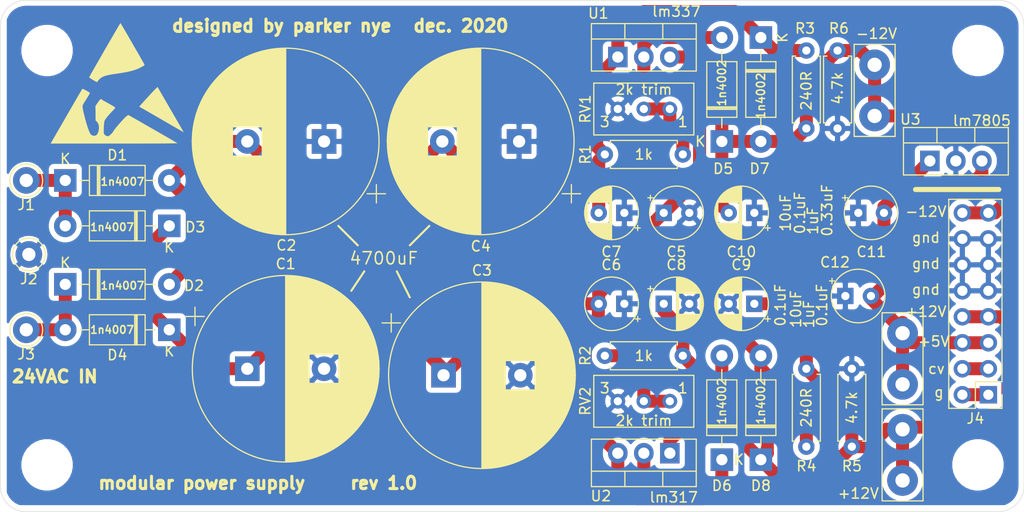
<source format=kicad_pcb>
(kicad_pcb (version 20171130) (host pcbnew "(5.1.7)-1")
  (layers (0 F.Cu signal) (31 B.Cu signal) (34 B.Paste user) (35 F.Paste user) (36 B.SilkS user) (37 F.SilkS user) (38 B.Mask user) (39 F.Mask user) (44 Edge.Cuts user))
  (net 0 "")
  (net 1 GND)
  (net 2 "Net-(C1-Pad1)")
  (net 3 "Net-(C2-Pad2)")
  (net 4 "Net-(C7-Pad2)")
  (net 5 "Net-(C8-Pad1)")
  (net 6 VCC)
  (net 7 VDD)
  (net 8 +5V)
  (net 9 "Net-(D1-Pad1)")
  (net 10 "Net-(D2-Pad1)")
  (net 11 "Net-(J4-Pad3)")
  (net 12 "Net-(J4-Pad1)")
  (net 13 "Net-(R1-Pad2)")
  (net 14 "Net-(R2-Pad2)")
  (module FOOTPRINTS-I-MADE:weldingtab (layer F.Cu) (at 84.138 -12.446 90)
    (fp_text reference J7 hide)
    (fp_text value Connector_Generic_Conn_01x02)
    (pad 1 thru_hole circle (at 0 4 90) (size 3 3) (drill 1.4) (layers *.Cu *.Mask) (net 8 +5V))
    (pad 2 thru_hole circle (at 5 4 90) (size 3 3) (drill 1.4) (layers *.Cu *.Mask) (net 8 +5V))
  )
  (module FOOTPRINTS-I-MADE:weldingtab (layer F.Cu) (at 89.408 -43.688 270)
    (fp_text reference J6 hide)
    (fp_text value Connector_Generic_Conn_01x02)
    (pad 1 thru_hole circle (at 0 4 270) (size 3 3) (drill 1.4) (layers *.Cu *.Mask) (net 7 VDD))
    (pad 2 thru_hole circle (at 5 4 270) (size 3 3) (drill 1.4) (layers *.Cu *.Mask) (net 7 VDD))
  )
  (module FOOTPRINTS-I-MADE:weldingtab (layer F.Cu) (at 84.138 -3.048 90)
    (fp_text reference J5 hide)
    (fp_text value Connector_Generic_Conn_01x02)
    (pad 1 thru_hole circle (at 0 4 90) (size 3 3) (drill 1.4) (layers *.Cu *.Mask) (net 6 VCC))
    (pad 2 thru_hole circle (at 5 4 90) (size 3 3) (drill 1.4) (layers *.Cu *.Mask) (net 6 VCC))
  )
  (module Connector_Pin:Pin_D1.3mm_L11.0mm (layer F.Cu) (at 2.794 -25.146)
    (fp_text reference J2 (at 0 2.4) (layer F.SilkS))
    (fp_text value GND_TRANS)
    (pad 1 thru_hole circle (at 0 0) (size 2.6 2.6) (drill 1.3) (layers *.Cu *.Mask) (net 1 GND))
  )
  (module Symbol:ESD-Logo_13.2x12mm_SilkScreen (layer F.Cu) (at 11.43 -41.91)
    (fp_text reference REF** hide)
    (fp_text value ESD-Logo_13.2x12mm_SilkScreen hide)
  )
  (module Connector_PinHeader_2.54mm:PinHeader_2x08_P2.54mm_Vertical (layer F.Cu) (at 96.52 -11.43 180)
    (fp_text reference J4 (at 1.27 -2.33) (layer F.SilkS))
    (fp_text value Conn_02x08_Odd_Even)
    (pad 16 thru_hole oval (at 2.54 17.78 180) (size 1.7 1.7) (drill 1) (layers *.Cu *.Mask) (net 7 VDD))
    (pad 15 thru_hole oval (at 0 17.78 180) (size 1.7 1.7) (drill 1) (layers *.Cu *.Mask) (net 7 VDD))
    (pad 14 thru_hole oval (at 2.54 15.24 180) (size 1.7 1.7) (drill 1) (layers *.Cu *.Mask) (net 1 GND))
    (pad 13 thru_hole oval (at 0 15.24 180) (size 1.7 1.7) (drill 1) (layers *.Cu *.Mask) (net 1 GND))
    (pad 12 thru_hole oval (at 2.54 12.7 180) (size 1.7 1.7) (drill 1) (layers *.Cu *.Mask) (net 1 GND))
    (pad 11 thru_hole oval (at 0 12.7 180) (size 1.7 1.7) (drill 1) (layers *.Cu *.Mask) (net 1 GND))
    (pad 10 thru_hole oval (at 2.54 10.16 180) (size 1.7 1.7) (drill 1) (layers *.Cu *.Mask) (net 1 GND))
    (pad 9 thru_hole oval (at 0 10.16 180) (size 1.7 1.7) (drill 1) (layers *.Cu *.Mask) (net 1 GND))
    (pad 8 thru_hole oval (at 2.54 7.62 180) (size 1.7 1.7) (drill 1) (layers *.Cu *.Mask) (net 6 VCC))
    (pad 7 thru_hole oval (at 0 7.62 180) (size 1.7 1.7) (drill 1) (layers *.Cu *.Mask) (net 6 VCC))
    (pad 6 thru_hole oval (at 2.54 5.08 180) (size 1.7 1.7) (drill 1) (layers *.Cu *.Mask) (net 8 +5V))
    (pad 5 thru_hole oval (at 0 5.08 180) (size 1.7 1.7) (drill 1) (layers *.Cu *.Mask) (net 8 +5V))
    (pad 4 thru_hole oval (at 2.54 2.54 180) (size 1.7 1.7) (drill 1) (layers *.Cu *.Mask) (net 11 "Net-(J4-Pad3)"))
    (pad 3 thru_hole oval (at 0 2.54 180) (size 1.7 1.7) (drill 1) (layers *.Cu *.Mask) (net 11 "Net-(J4-Pad3)"))
    (pad 2 thru_hole oval (at 2.54 0 180) (size 1.7 1.7) (drill 1) (layers *.Cu *.Mask) (net 12 "Net-(J4-Pad1)"))
    (pad 1 thru_hole rect (at 0 0 180) (size 1.7 1.7) (drill 1) (layers *.Cu *.Mask) (net 12 "Net-(J4-Pad1)"))
  )
  (module Capacitor_THT:CP_Radial_D5.0mm_P2.50mm (layer F.Cu) (at 73.66 -29.21 180)
    (fp_text reference C10 (at 1.27 -3.81) (layer F.SilkS))
    (fp_text value 1uF)
    (pad 2 thru_hole circle (at 2.5 0 180) (size 1.6 1.6) (drill 0.8) (layers *.Cu *.Mask) (net 7 VDD))
    (pad 1 thru_hole rect (at 0 0 180) (size 1.6 1.6) (drill 0.8) (layers *.Cu *.Mask) (net 1 GND))
  )
  (module Capacitor_THT:CP_Radial_D5.0mm_P2.50mm (layer F.Cu) (at 73.66 -20.32 180)
    (fp_text reference C9 (at 1.27 3.81) (layer F.SilkS))
    (fp_text value 1uF)
    (pad 2 thru_hole circle (at 2.5 0 180) (size 1.6 1.6) (drill 0.8) (layers *.Cu *.Mask) (net 1 GND))
    (pad 1 thru_hole rect (at 0 0 180) (size 1.6 1.6) (drill 0.8) (layers *.Cu *.Mask) (net 6 VCC))
  )
  (module Capacitor_THT:CP_Radial_D5.0mm_P2.50mm (layer F.Cu) (at 64.81 -20.32)
    (fp_text reference C8 (at 1.23 -3.81) (layer F.SilkS))
    (fp_text value 10uF)
    (pad 2 thru_hole circle (at 2.5 0) (size 1.6 1.6) (drill 0.8) (layers *.Cu *.Mask) (net 1 GND))
    (pad 1 thru_hole rect (at 0 0) (size 1.6 1.6) (drill 0.8) (layers *.Cu *.Mask) (net 5 "Net-(C8-Pad1)"))
  )
  (module Capacitor_THT:CP_Radial_D5.0mm_P2.50mm (layer F.Cu) (at 60.96 -29.21 180)
    (fp_text reference C7 (at 1.27 -3.81) (layer F.SilkS))
    (fp_text value 10uF)
    (pad 2 thru_hole circle (at 2.5 0 180) (size 1.6 1.6) (drill 0.8) (layers *.Cu *.Mask) (net 4 "Net-(C7-Pad2)"))
    (pad 1 thru_hole rect (at 0 0 180) (size 1.6 1.6) (drill 0.8) (layers *.Cu *.Mask) (net 1 GND))
  )
  (module Package_TO_SOT_THT:TO-220-3_Vertical (layer F.Cu) (at 90.805 -34.29)
    (fp_text reference U3 (at -1.905 -4.064) (layer F.SilkS))
    (fp_text value LM7805_TO220)
    (pad 3 thru_hole oval (at 5.08 0) (size 1.905 2) (drill 1.1) (layers *.Cu *.Mask) (net 8 +5V))
    (pad 2 thru_hole oval (at 2.54 0) (size 1.905 2) (drill 1.1) (layers *.Cu *.Mask) (net 1 GND))
    (pad 1 thru_hole rect (at 0 0) (size 1.905 2) (drill 1.1) (layers *.Cu *.Mask) (net 2 "Net-(C1-Pad1)"))
  )
  (module Package_TO_SOT_THT:TO-220-3_Vertical (layer F.Cu) (at 65.405 -5.715 180)
    (fp_text reference U2 (at 6.731 -4.191) (layer F.SilkS))
    (fp_text value LM317T)
    (pad 3 thru_hole oval (at 5.08 0 180) (size 1.905 2) (drill 1.1) (layers *.Cu *.Mask) (net 2 "Net-(C1-Pad1)"))
    (pad 2 thru_hole oval (at 2.54 0 180) (size 1.905 2) (drill 1.1) (layers *.Cu *.Mask) (net 6 VCC))
    (pad 1 thru_hole rect (at 0 0 180) (size 1.905 2) (drill 1.1) (layers *.Cu *.Mask) (net 5 "Net-(C8-Pad1)"))
  )
  (module Package_TO_SOT_THT:TO-220-3_Vertical (layer F.Cu) (at 60.325 -44.45)
    (fp_text reference U1 (at -1.905 -4.27) (layer F.SilkS))
    (fp_text value LM337T_NRND)
    (pad 3 thru_hole oval (at 5.08 0) (size 1.905 2) (drill 1.1) (layers *.Cu *.Mask) (net 7 VDD))
    (pad 2 thru_hole oval (at 2.54 0) (size 1.905 2) (drill 1.1) (layers *.Cu *.Mask) (net 3 "Net-(C2-Pad2)"))
    (pad 1 thru_hole rect (at 0 0) (size 1.905 2) (drill 1.1) (layers *.Cu *.Mask) (net 4 "Net-(C7-Pad2)"))
  )
  (module Potentiometer_THT:Potentiometer_Bourns_3296W_Vertical (layer F.Cu) (at 65.405 -10.795)
    (fp_text reference RV2 (at -8.255 0 90) (layer F.SilkS))
    (fp_text value 2kTRIM)
    (pad 3 thru_hole circle (at -5.08 0) (size 1.44 1.44) (drill 0.8) (layers *.Cu *.Mask) (net 1 GND))
    (pad 2 thru_hole circle (at -2.54 0) (size 1.44 1.44) (drill 0.8) (layers *.Cu *.Mask) (net 14 "Net-(R2-Pad2)"))
    (pad 1 thru_hole circle (at 0 0) (size 1.44 1.44) (drill 0.8) (layers *.Cu *.Mask) (net 14 "Net-(R2-Pad2)"))
  )
  (module Potentiometer_THT:Potentiometer_Bourns_3296W_Vertical (layer F.Cu) (at 65.405 -39.37)
    (fp_text reference RV1 (at -8.255 0 90) (layer F.SilkS))
    (fp_text value 2kTRIM)
    (pad 3 thru_hole circle (at -5.08 0) (size 1.44 1.44) (drill 0.8) (layers *.Cu *.Mask) (net 1 GND))
    (pad 2 thru_hole circle (at -2.54 0) (size 1.44 1.44) (drill 0.8) (layers *.Cu *.Mask) (net 13 "Net-(R1-Pad2)"))
    (pad 1 thru_hole circle (at 0 0) (size 1.44 1.44) (drill 0.8) (layers *.Cu *.Mask) (net 13 "Net-(R1-Pad2)"))
  )
  (module Resistor_THT:R_Axial_DIN0207_L6.3mm_D2.5mm_P7.62mm_Horizontal (layer F.Cu) (at 81.788 -45.085 270)
    (fp_text reference R6 (at -2.159 -0.127 180) (layer F.SilkS))
    (fp_text value 4.7k)
    (pad 2 thru_hole oval (at 7.62 0 270) (size 1.6 1.6) (drill 0.8) (layers *.Cu *.Mask) (net 1 GND))
    (pad 1 thru_hole circle (at 0 0 270) (size 1.6 1.6) (drill 0.8) (layers *.Cu *.Mask) (net 7 VDD))
  )
  (module Resistor_THT:R_Axial_DIN0207_L6.3mm_D2.5mm_P7.62mm_Horizontal (layer F.Cu) (at 83.185 -6.35 90)
    (fp_text reference R5 (at -1.905 0 180) (layer F.SilkS))
    (fp_text value 4.7k)
    (pad 2 thru_hole oval (at 7.62 0 90) (size 1.6 1.6) (drill 0.8) (layers *.Cu *.Mask) (net 1 GND))
    (pad 1 thru_hole circle (at 0 0 90) (size 1.6 1.6) (drill 0.8) (layers *.Cu *.Mask) (net 6 VCC))
  )
  (module Resistor_THT:R_Axial_DIN0207_L6.3mm_D2.5mm_P7.62mm_Horizontal (layer F.Cu) (at 78.74 -13.97 270)
    (fp_text reference R4 (at 9.525 0) (layer F.SilkS))
    (fp_text value 240R)
    (pad 2 thru_hole oval (at 7.62 0 270) (size 1.6 1.6) (drill 0.8) (layers *.Cu *.Mask) (net 5 "Net-(C8-Pad1)"))
    (pad 1 thru_hole circle (at 0 0 270) (size 1.6 1.6) (drill 0.8) (layers *.Cu *.Mask) (net 6 VCC))
  )
  (module Resistor_THT:R_Axial_DIN0207_L6.3mm_D2.5mm_P7.62mm_Horizontal (layer F.Cu) (at 78.74 -37.465 90)
    (fp_text reference R3 (at 9.779 -0.127) (layer F.SilkS))
    (fp_text value 240R)
    (pad 2 thru_hole oval (at 7.62 0 90) (size 1.6 1.6) (drill 0.8) (layers *.Cu *.Mask) (net 4 "Net-(C7-Pad2)"))
    (pad 1 thru_hole circle (at 0 0 90) (size 1.6 1.6) (drill 0.8) (layers *.Cu *.Mask) (net 7 VDD))
  )
  (module Resistor_THT:R_Axial_DIN0207_L6.3mm_D2.5mm_P7.62mm_Horizontal (layer F.Cu) (at 66.675 -15.24 180)
    (fp_text reference R2 (at 9.525 0 90) (layer F.SilkS))
    (fp_text value 1k)
    (pad 2 thru_hole oval (at 7.62 0 180) (size 1.6 1.6) (drill 0.8) (layers *.Cu *.Mask) (net 14 "Net-(R2-Pad2)"))
    (pad 1 thru_hole circle (at 0 0 180) (size 1.6 1.6) (drill 0.8) (layers *.Cu *.Mask) (net 5 "Net-(C8-Pad1)"))
  )
  (module Resistor_THT:R_Axial_DIN0207_L6.3mm_D2.5mm_P7.62mm_Horizontal (layer F.Cu) (at 59.055 -34.925)
    (fp_text reference R1 (at -1.905 0 90) (layer F.SilkS))
    (fp_text value 1k)
    (pad 1 thru_hole circle (at 0 0) (size 1.6 1.6) (drill 0.8) (layers *.Cu *.Mask) (net 4 "Net-(C7-Pad2)"))
    (pad 2 thru_hole oval (at 7.62 0) (size 1.6 1.6) (drill 0.8) (layers *.Cu *.Mask) (net 13 "Net-(R1-Pad2)"))
  )
  (module Connector_Pin:Pin_D1.3mm_L11.0mm (layer F.Cu) (at 2.54 -17.78)
    (fp_text reference J3 (at 0 2.4) (layer F.SilkS))
    (fp_text value SEC2_TRANS)
    (pad 1 thru_hole circle (at 0 0) (size 2.6 2.6) (drill 1.3) (layers *.Cu *.Mask) (net 10 "Net-(D2-Pad1)"))
  )
  (module Connector_Pin:Pin_D1.3mm_L11.0mm (layer F.Cu) (at 2.54 -32.385)
    (fp_text reference J1 (at 0 2.4) (layer F.SilkS))
    (fp_text value SEC1_TRANS)
    (pad 1 thru_hole circle (at 0 0) (size 2.6 2.6) (drill 1.3) (layers *.Cu *.Mask) (net 9 "Net-(D1-Pad1)"))
  )
  (module MountingHole:MountingHole_4mm (layer F.Cu) (at 4.572 -45.085)
    (fp_text reference H4 hide)
    (fp_text value MountingHole)
    (pad 1 np_thru_hole circle (at 0 0) (size 4 4) (drill 4) (layers *.Cu *.Mask))
  )
  (module MountingHole:MountingHole_4mm (layer F.Cu) (at 4.572 -4.572)
    (fp_text reference H3 hide)
    (fp_text value MountingHole)
    (pad 1 np_thru_hole circle (at 0 0) (size 4 4) (drill 4) (layers *.Cu *.Mask))
  )
  (module MountingHole:MountingHole_4mm (layer F.Cu) (at 95.504 -45.085)
    (fp_text reference H2 hide)
    (fp_text value MountingHole)
    (pad 1 np_thru_hole circle (at 0 0) (size 4 4) (drill 4) (layers *.Cu *.Mask))
  )
  (module MountingHole:MountingHole_4mm (layer F.Cu) (at 95.504 -4.572)
    (fp_text reference H1 hide)
    (fp_text value MountingHole)
    (pad 1 np_thru_hole circle (at 0 0) (size 4 4) (drill 4) (layers *.Cu *.Mask))
  )
  (module Diode_THT:D_DO-41_SOD81_P10.16mm_Horizontal (layer F.Cu) (at 74.295 -5.08 90)
    (fp_text reference D8 (at -2.54 0 180) (layer F.SilkS))
    (fp_text value 1N4002)
    (fp_text user K (at 0 -2.159) (layer F.SilkS))
    (pad 2 thru_hole oval (at 10.16 0 90) (size 2.2 2.2) (drill 1.1) (layers *.Cu *.Mask) (net 5 "Net-(C8-Pad1)"))
    (pad 1 thru_hole rect (at 0 0 90) (size 2.2 2.2) (drill 1.1) (layers *.Cu *.Mask) (net 6 VCC))
  )
  (module Diode_THT:D_DO-41_SOD81_P10.16mm_Horizontal (layer F.Cu) (at 74.295 -46.355 270)
    (fp_text reference D7 (at 12.827 0.127) (layer F.SilkS))
    (fp_text value 1N4002)
    (fp_text user K (at 0 -2.1 90) (layer F.SilkS))
    (pad 2 thru_hole oval (at 10.16 0 270) (size 2.2 2.2) (drill 1.1) (layers *.Cu *.Mask) (net 7 VDD))
    (pad 1 thru_hole rect (at 0 0 270) (size 2.2 2.2) (drill 1.1) (layers *.Cu *.Mask) (net 4 "Net-(C7-Pad2)"))
  )
  (module Diode_THT:D_DO-41_SOD81_P10.16mm_Horizontal (layer F.Cu) (at 70.485 -5.08 90)
    (fp_text reference D6 (at -2.54 0) (layer F.SilkS))
    (fp_text value 1N4002)
    (pad 2 thru_hole oval (at 10.16 0 90) (size 2.2 2.2) (drill 1.1) (layers *.Cu *.Mask) (net 6 VCC))
    (pad 1 thru_hole rect (at 0 0 90) (size 2.2 2.2) (drill 1.1) (layers *.Cu *.Mask) (net 2 "Net-(C1-Pad1)"))
  )
  (module Diode_THT:D_DO-41_SOD81_P10.16mm_Horizontal (layer F.Cu) (at 70.485 -36.195 90)
    (fp_text reference D5 (at -2.667 0.127) (layer F.SilkS))
    (fp_text value 1N4002)
    (fp_text user K (at 0 -2.1) (layer F.SilkS))
    (pad 2 thru_hole oval (at 10.16 0 90) (size 2.2 2.2) (drill 1.1) (layers *.Cu *.Mask) (net 3 "Net-(C2-Pad2)"))
    (pad 1 thru_hole rect (at 0 0 90) (size 2.2 2.2) (drill 1.1) (layers *.Cu *.Mask) (net 7 VDD))
  )
  (module Diode_THT:D_DO-41_SOD81_P10.16mm_Horizontal (layer F.Cu) (at 16.51 -17.78 180)
    (fp_text reference D4 (at 5.08 -2.47) (layer F.SilkS))
    (fp_text value 1N4007)
    (fp_text user K (at 0 -2.1) (layer F.SilkS))
    (pad 2 thru_hole oval (at 10.16 0 180) (size 2.2 2.2) (drill 1.1) (layers *.Cu *.Mask) (net 10 "Net-(D2-Pad1)"))
    (pad 1 thru_hole rect (at 0 0 180) (size 2.2 2.2) (drill 1.1) (layers *.Cu *.Mask) (net 2 "Net-(C1-Pad1)"))
  )
  (module Diode_THT:D_DO-41_SOD81_P10.16mm_Horizontal (layer F.Cu) (at 16.51 -27.94 180)
    (fp_text reference D3 (at -2.54 -0.127) (layer F.SilkS))
    (fp_text value 1N4007)
    (fp_text user K (at 0 -2.1) (layer F.SilkS))
    (pad 2 thru_hole oval (at 10.16 0 180) (size 2.2 2.2) (drill 1.1) (layers *.Cu *.Mask) (net 9 "Net-(D1-Pad1)"))
    (pad 1 thru_hole rect (at 0 0 180) (size 2.2 2.2) (drill 1.1) (layers *.Cu *.Mask) (net 2 "Net-(C1-Pad1)"))
  )
  (module Diode_THT:D_DO-41_SOD81_P10.16mm_Horizontal (layer F.Cu) (at 6.35 -22.225)
    (fp_text reference D2 (at 12.573 0.127) (layer F.SilkS))
    (fp_text value 1N4007)
    (fp_text user K (at 0 -2.1) (layer F.SilkS))
    (pad 2 thru_hole oval (at 10.16 0) (size 2.2 2.2) (drill 1.1) (layers *.Cu *.Mask) (net 3 "Net-(C2-Pad2)"))
    (pad 1 thru_hole rect (at 0 0) (size 2.2 2.2) (drill 1.1) (layers *.Cu *.Mask) (net 10 "Net-(D2-Pad1)"))
  )
  (module Diode_THT:D_DO-41_SOD81_P10.16mm_Horizontal (layer F.Cu) (at 6.35 -32.385)
    (fp_text reference D1 (at 5.08 -2.47) (layer F.SilkS))
    (fp_text value 1N4007)
    (fp_text user K (at 0 -2.1) (layer F.SilkS))
    (pad 2 thru_hole oval (at 10.16 0) (size 2.2 2.2) (drill 1.1) (layers *.Cu *.Mask) (net 3 "Net-(C2-Pad2)"))
    (pad 1 thru_hole rect (at 0 0) (size 2.2 2.2) (drill 1.1) (layers *.Cu *.Mask) (net 9 "Net-(D1-Pad1)"))
  )
  (module Capacitor_THT:CP_Radial_Tantal_D5.0mm_P2.50mm (layer F.Cu) (at 82.55 -21.082)
    (fp_text reference C12 (at -1.016 -3.302) (layer F.SilkS))
    (fp_text value .1uF)
    (pad 2 thru_hole circle (at 2.5 0) (size 1.6 1.6) (drill 0.8) (layers *.Cu *.Mask) (net 8 +5V))
    (pad 1 thru_hole rect (at 0 0) (size 1.6 1.6) (drill 0.8) (layers *.Cu *.Mask) (net 1 GND))
  )
  (module Capacitor_THT:CP_Radial_Tantal_D5.0mm_P2.50mm (layer F.Cu) (at 83.82 -29.21)
    (fp_text reference C11 (at 1.27 3.81) (layer F.SilkS))
    (fp_text value .33uF)
    (pad 2 thru_hole circle (at 2.5 0) (size 1.6 1.6) (drill 0.8) (layers *.Cu *.Mask) (net 2 "Net-(C1-Pad1)"))
    (pad 1 thru_hole rect (at 0 0) (size 1.6 1.6) (drill 0.8) (layers *.Cu *.Mask) (net 1 GND))
  )
  (module Capacitor_THT:CP_Radial_Tantal_D5.0mm_P2.50mm (layer F.Cu) (at 60.96 -20.32 180)
    (fp_text reference C6 (at 1.27 3.81) (layer F.SilkS))
    (fp_text value .1uF)
    (pad 2 thru_hole circle (at 2.5 0 180) (size 1.6 1.6) (drill 0.8) (layers *.Cu *.Mask) (net 2 "Net-(C1-Pad1)"))
    (pad 1 thru_hole rect (at 0 0 180) (size 1.6 1.6) (drill 0.8) (layers *.Cu *.Mask) (net 1 GND))
  )
  (module Capacitor_THT:CP_Radial_Tantal_D5.0mm_P2.50mm (layer F.Cu) (at 64.81 -29.21)
    (fp_text reference C5 (at 1.23 3.81) (layer F.SilkS))
    (fp_text value .1uF)
    (pad 2 thru_hole circle (at 2.5 0) (size 1.6 1.6) (drill 0.8) (layers *.Cu *.Mask) (net 1 GND))
    (pad 1 thru_hole rect (at 0 0) (size 1.6 1.6) (drill 0.8) (layers *.Cu *.Mask) (net 3 "Net-(C2-Pad2)"))
  )
  (module Capacitor_THT:CP_Radial_D18.0mm_P7.50mm (layer F.Cu) (at 50.68 -36.195 180)
    (fp_text reference C4 (at 3.75 -10.25) (layer F.SilkS))
    (fp_text value 4700uF)
    (pad 2 thru_hole circle (at 7.5 0 180) (size 2.4 2.4) (drill 1.2) (layers *.Cu *.Mask) (net 3 "Net-(C2-Pad2)"))
    (pad 1 thru_hole rect (at 0 0 180) (size 2.4 2.4) (drill 1.2) (layers *.Cu *.Mask) (net 1 GND))
  )
  (module Capacitor_THT:CP_Radial_D18.0mm_P7.50mm (layer F.Cu) (at 43.3 -13.335)
    (fp_text reference C3 (at 3.75 -10.25) (layer F.SilkS))
    (fp_text value 4700uF)
    (pad 2 thru_hole circle (at 7.5 0) (size 2.4 2.4) (drill 1.2) (layers *.Cu *.Mask) (net 1 GND))
    (pad 1 thru_hole rect (at 0 0) (size 2.4 2.4) (drill 1.2) (layers *.Cu *.Mask) (net 2 "Net-(C1-Pad1)"))
  )
  (module Capacitor_THT:CP_Radial_D18.0mm_P7.50mm (layer F.Cu) (at 31.63 -36.195 180)
    (fp_text reference C2 (at 3.69 -10.16) (layer F.SilkS))
    (fp_text value 4700uF)
    (pad 2 thru_hole circle (at 7.5 0 180) (size 2.4 2.4) (drill 1.2) (layers *.Cu *.Mask) (net 3 "Net-(C2-Pad2)"))
    (pad 1 thru_hole rect (at 0 0 180) (size 2.4 2.4) (drill 1.2) (layers *.Cu *.Mask) (net 1 GND))
  )
  (module Capacitor_THT:CP_Radial_D18.0mm_P7.50mm (layer F.Cu) (at 24.13 -13.97)
    (fp_text reference C1 (at 3.75 -10.25) (layer F.SilkS))
    (fp_text value 4700uF)
    (pad 2 thru_hole circle (at 7.5 0) (size 2.4 2.4) (drill 1.2) (layers *.Cu *.Mask) (net 1 GND))
    (pad 1 thru_hole rect (at 0 0) (size 2.4 2.4) (drill 1.2) (layers *.Cu *.Mask) (net 2 "Net-(C1-Pad1)"))
  )
  (gr_text "24VAC IN" (at 5.334 -13.208) (layer F.SilkS) (effects (font (size 1.2 1.2) (thickness 0.3))))
  (gr_text -12V (at 85.598 -46.736) (layer F.SilkS) (effects (font (size 1 1))))
  (gr_text +12V (at 83.82 -1.778) (layer F.SilkS) (effects (font (size 1 1))))
  (gr_text "designed by parker nye" (at 27.5 -47.5) (layer F.SilkS) (effects (font (size 1.2 1.2) (thickness 0.3))))
  (gr_arc (start 97.5 -2.5) (end 97.5 0) (angle -90) (layer Edge.Cuts) (width 0.05))
  (gr_arc (start 97.5 -47.5) (end 100 -47.5) (angle -90) (layer Edge.Cuts) (width 0.05))
  (gr_arc (start 2.5 -2.5) (end 0 -2.5) (angle -90) (layer Edge.Cuts) (width 0.05))
  (gr_arc (start 2.5 -47.5) (end 2.5 -50) (angle -90) (layer Edge.Cuts) (width 0.05))
  (gr_text "dec. 2020" (at 45 -47.5) (layer F.SilkS) (effects (font (size 1.2 1.2) (thickness 0.3))))
  (gr_text "rev 1.0" (at 37.465 -2.794) (layer F.SilkS) (effects (font (size 1.2 1.2) (thickness 0.3))))
  (gr_text "modular power supply" (at 19.685 -2.794) (layer F.SilkS) (effects (font (size 1.2 1.2) (thickness 0.3))))
  (gr_text 4.7k (at 81.788 -41.402 90) (layer F.SilkS) (effects (font (size 1 1))))
  (gr_text 240R (at 78.74 -41.148 90) (layer F.SilkS) (effects (font (size 1 1))))
  (gr_text lm7805 (at 95.885 -38.227) (layer F.SilkS) (effects (font (size 1 1))))
  (gr_text lm317 (at 65.786 -1.397) (layer F.SilkS) (effects (font (size 1 1))))
  (gr_text 1n4007 (at 10.922 -17.78) (layer F.SilkS) (effects (font (size 0.75 0.75))))
  (gr_text 1n4007 (at 11.938 -22.098) (layer F.SilkS) (effects (font (size 0.75 0.75))))
  (gr_text 1n4007 (at 10.922 -27.813) (layer F.SilkS) (effects (font (size 0.75 0.75))))
  (gr_text 1n4007 (at 11.938 -32.258) (layer F.SilkS) (effects (font (size 0.75 0.75))))
  (gr_line (start 97.536 -31.496) (end 89.408 -31.496) (layer F.SilkS) (width 0.5))
  (gr_text g (at 91.694 -11.684) (layer F.SilkS) (effects (font (size 1 1))))
  (gr_text cv (at 91.44 -13.97) (layer F.SilkS) (effects (font (size 1 1))))
  (gr_text +5V (at 91.186 -16.637) (layer F.SilkS) (effects (font (size 1 1))))
  (gr_text +12V (at 90.424 -19.558) (layer F.SilkS) (effects (font (size 1 1))))
  (gr_text gnd (at 90.424 -21.717) (layer F.SilkS) (effects (font (size 1 1))))
  (gr_text gnd (at 90.424 -24.257) (layer F.SilkS) (effects (font (size 1 1))))
  (gr_text gnd (at 90.424 -26.797) (layer F.SilkS) (effects (font (size 1 1))))
  (gr_text -12V (at 90.424 -29.337) (layer F.SilkS) (effects (font (size 1 1))))
  (gr_text 0.1uF (at 80.264 -20.193 90) (layer F.SilkS) (effects (font (size 1 1))))
  (gr_text 1uF (at 78.994 -19.304 90) (layer F.SilkS) (effects (font (size 1 1))))
  (gr_text 10uF (at 77.724 -19.812 90) (layer F.SilkS) (effects (font (size 1 1))))
  (gr_text 0.1uF (at 76.2 -20.193 90) (layer F.SilkS) (effects (font (size 1 1))))
  (gr_text 0.33uF (at 80.772 -29.464 90) (layer F.SilkS) (effects (font (size 1 1))))
  (gr_text 1uF (at 79.375 -28.448 90) (layer F.SilkS) (effects (font (size 1 1))))
  (gr_text 0.1uF (at 78.105 -29.21 90) (layer F.SilkS) (effects (font (size 1 1))))
  (gr_text 10uF (at 76.708 -29.21 90) (layer F.SilkS) (effects (font (size 1 1))))
  (gr_line (start 38.735 -23.495) (end 40.005 -20.955) (layer F.SilkS) (width 0.2))
  (gr_line (start 35.56 -23.495) (end 34.29 -21.59) (layer F.SilkS) (width 0.2))
  (gr_line (start 34.925 -26.035) (end 33.02 -27.94) (layer F.SilkS) (width 0.2))
  (gr_line (start 40.005 -26.035) (end 41.91 -27.94) (layer F.SilkS) (width 0.2))
  (gr_text 4700uF (at 37.465 -24.765) (layer F.SilkS) (effects (font (size 1.2 1.2))))
  (gr_text 4.7k (at 83.185 -10.16 90) (layer F.SilkS) (effects (font (size 1 1))))
  (gr_text 240R (at 78.74 -10.16 90) (layer F.SilkS) (effects (font (size 1 1))))
  (gr_text 1n4002 (at 74.295 -40.64 90) (layer F.SilkS) (effects (font (size 0.8 0.8))))
  (gr_text 1n4002 (at 70.485 -41.91 90) (layer F.SilkS) (effects (font (size 0.8 0.8))))
  (gr_text 1n4002 (at 74.295 -10.795 90) (layer F.SilkS) (effects (font (size 0.8 0.8))))
  (gr_text 1n4002 (at 70.485 -10.795 90) (layer F.SilkS) (effects (font (size 0.8 0.8))))
  (gr_text 1 (at 66.675 -12.065) (layer F.SilkS) (effects (font (size 1 1))))
  (gr_text "3\n" (at 59.055 -12.065) (layer F.SilkS) (effects (font (size 1 1))))
  (gr_text 1 (at 66.675 -38.1) (layer F.SilkS) (effects (font (size 1 1))))
  (gr_text 3 (at 59.055 -38.1) (layer F.SilkS) (effects (font (size 1 1))))
  (gr_text "2k trim" (at 62.865 -8.89) (layer F.SilkS) (effects (font (size 1 1))))
  (gr_text 1k (at 62.865 -15.24) (layer F.SilkS) (effects (font (size 1 1))))
  (gr_text 1k (at 62.865 -34.925) (layer F.SilkS) (effects (font (size 1 1))))
  (gr_text "2k trim" (at 62.865 -41.275) (layer F.SilkS) (effects (font (size 1 1))))
  (gr_text lm337 (at 66.04 -48.895) (layer F.SilkS) (effects (font (size 1 1))))
  (gr_line (start 0 -47.5) (end 0 -2.5) (layer Edge.Cuts) (width 0.05))
  (gr_line (start 97.5 -50) (end 2.5 -50) (layer Edge.Cuts) (width 0.05))
  (gr_line (start 100 -2.5) (end 100 -47.5) (layer Edge.Cuts) (width 0.05))
  (gr_line (start 2.5 0) (end 97.5 0) (layer Edge.Cuts) (width 0.05))
  (segment (start 13.335 -20.955) (end 16.51 -17.78) (width 1.27) (layer F.Cu) (net 2))
  (segment (start 13.335 -24.765) (end 13.335 -20.955) (width 1.27) (layer F.Cu) (net 2))
  (segment (start 16.51 -27.94) (end 13.335 -24.765) (width 1.27) (layer F.Cu) (net 2))
  (segment (start 20.32 -13.97) (end 16.51 -17.78) (width 1.27) (layer F.Cu) (net 2))
  (segment (start 24.13 -13.97) (end 20.32 -13.97) (width 1.27) (layer F.Cu) (net 2))
  (segment (start 43.3 -13.91) (end 43.3 -13.335) (width 1.27) (layer F.Cu) (net 2))
  (segment (start 37.525 -19.685) (end 43.3 -13.91) (width 1.27) (layer F.Cu) (net 2))
  (segment (start 29.845 -19.685) (end 37.525 -19.685) (width 1.27) (layer F.Cu) (net 2))
  (segment (start 24.13 -13.97) (end 29.845 -19.685) (width 1.27) (layer F.Cu) (net 2))
  (segment (start 50.285 -20.32) (end 43.3 -13.335) (width 1.27) (layer F.Cu) (net 2))
  (segment (start 58.46 -20.32) (end 50.285 -20.32) (width 1.27) (layer F.Cu) (net 2))
  (segment (start 58.46 -20.32) (end 58.42 -20.28) (width 1.27) (layer F.Cu) (net 2))
  (segment (start 58.42 -18.415) (end 58.42 -20.28) (width 1.27) (layer F.Cu) (net 2))
  (segment (start 57.15 -17.145) (end 58.42 -18.415) (width 1.27) (layer F.Cu) (net 2))
  (segment (start 57.15 -8.89) (end 57.15 -17.145) (width 1.27) (layer F.Cu) (net 2))
  (segment (start 60.325 -5.715) (end 57.15 -8.89) (width 1.27) (layer F.Cu) (net 2))
  (segment (start 60.325 -3.175) (end 60.325 -5.715) (width 1.27) (layer F.Cu) (net 2))
  (segment (start 62.23 -1.27) (end 60.325 -3.175) (width 1.27) (layer F.Cu) (net 2))
  (segment (start 68.58 -1.27) (end 62.23 -1.27) (width 1.27) (layer F.Cu) (net 2))
  (segment (start 70.485 -3.175) (end 68.58 -1.27) (width 1.27) (layer F.Cu) (net 2))
  (segment (start 70.485 -5.08) (end 70.485 -3.175) (width 1.27) (layer F.Cu) (net 2))
  (segment (start 86.32 -27.265) (end 86.32 -29.805) (width 1.27) (layer F.Cu) (net 2))
  (segment (start 83.185 -24.13) (end 86.32 -27.265) (width 1.27) (layer F.Cu) (net 2))
  (segment (start 88.225 -31.71) (end 90.805 -34.29) (width 1.27) (layer F.Cu) (net 2))
  (segment (start 86.32 -29.805) (end 88.225 -31.71) (width 1.27) (layer F.Cu) (net 2))
  (segment (start 61.2775 -24.13) (end 83.185 -24.13) (width 1.27) (layer F.Cu) (net 2))
  (segment (start 58.46 -21.3125) (end 61.2775 -24.13) (width 1.27) (layer F.Cu) (net 2))
  (segment (start 58.46 -20.32) (end 58.46 -21.3125) (width 1.27) (layer F.Cu) (net 2))
  (segment (start 16.51 -32.385) (end 19.685 -29.21) (width 1.27) (layer F.Cu) (net 3))
  (segment (start 19.685 -25.4) (end 16.51 -22.225) (width 1.27) (layer F.Cu) (net 3))
  (segment (start 19.685 -29.21) (end 19.685 -25.4) (width 1.27) (layer F.Cu) (net 3))
  (segment (start 20.32 -36.195) (end 16.51 -32.385) (width 1.27) (layer F.Cu) (net 3))
  (segment (start 24.13 -36.195) (end 20.32 -36.195) (width 1.27) (layer F.Cu) (net 3))
  (segment (start 43.18 -36.195) (end 37.465 -30.48) (width 1.27) (layer F.Cu) (net 3))
  (segment (start 29.845 -30.48) (end 24.13 -36.195) (width 1.27) (layer F.Cu) (net 3))
  (segment (start 37.465 -30.48) (end 29.845 -30.48) (width 1.27) (layer F.Cu) (net 3))
  (segment (start 64.81 -29.21) (end 64.77 -29.21) (width 1.27) (layer F.Cu) (net 3))
  (segment (start 62.865 -44.45) (end 62.865 -45.72) (width 1.27) (layer F.Cu) (net 3))
  (segment (start 63.5 -46.355) (end 70.485 -46.355) (width 1.27) (layer F.Cu) (net 3))
  (segment (start 62.865 -45.72) (end 63.5 -46.355) (width 1.27) (layer F.Cu) (net 3))
  (segment (start 62.865 -44.45) (end 62.865 -43.815) (width 1.27) (layer F.Cu) (net 3))
  (segment (start 50.165 -29.21) (end 43.18 -36.195) (width 1.27) (layer F.Cu) (net 3))
  (segment (start 52.705 -26.67) (end 50.165 -29.21) (width 1.27) (layer F.Cu) (net 3))
  (segment (start 62.23 -26.67) (end 52.705 -26.67) (width 1.27) (layer F.Cu) (net 3))
  (segment (start 64.77 -29.21) (end 62.23 -26.67) (width 1.27) (layer F.Cu) (net 3))
  (segment (start 68.310001 -39.639999) (end 68.310001 -32.710001) (width 1.27) (layer F.Cu) (net 3))
  (segment (start 63.5 -41.91) (end 66.04 -41.91) (width 1.27) (layer F.Cu) (net 3))
  (segment (start 66.04 -41.91) (end 68.310001 -39.639999) (width 1.27) (layer F.Cu) (net 3))
  (segment (start 62.865 -42.545) (end 63.5 -41.91) (width 1.27) (layer F.Cu) (net 3))
  (segment (start 68.310001 -32.710001) (end 64.81 -29.21) (width 1.27) (layer F.Cu) (net 3))
  (segment (start 62.865 -44.45) (end 62.865 -42.545) (width 1.27) (layer F.Cu) (net 3))
  (segment (start 75.565 -45.085) (end 74.295 -46.355) (width 1.27) (layer F.Cu) (net 4))
  (segment (start 78.105 -45.085) (end 75.565 -45.085) (width 1.27) (layer F.Cu) (net 4))
  (segment (start 58.255001 -42.380001) (end 60.325 -44.45) (width 1.27) (layer F.Cu) (net 4))
  (segment (start 58.255001 -35.724999) (end 58.255001 -42.380001) (width 1.27) (layer F.Cu) (net 4))
  (segment (start 59.055 -34.925) (end 58.255001 -35.724999) (width 1.27) (layer F.Cu) (net 4))
  (segment (start 58.46 -34.33) (end 59.055 -34.925) (width 1.27) (layer F.Cu) (net 4))
  (segment (start 58.46 -29.21) (end 58.46 -34.33) (width 1.27) (layer F.Cu) (net 4))
  (segment (start 71.755 -48.895) (end 74.295 -46.355) (width 1.27) (layer F.Cu) (net 4))
  (segment (start 62.865 -48.895) (end 71.755 -48.895) (width 1.27) (layer F.Cu) (net 4))
  (segment (start 60.325 -46.355) (end 62.865 -48.895) (width 1.27) (layer F.Cu) (net 4))
  (segment (start 60.325 -44.45) (end 60.325 -46.355) (width 1.27) (layer F.Cu) (net 4))
  (segment (start 64.81 -19.645) (end 64.81 -20.32) (width 1.27) (layer F.Cu) (net 5))
  (segment (start 66.675 -17.78) (end 64.81 -19.645) (width 1.27) (layer F.Cu) (net 5))
  (segment (start 66.675 -15.24) (end 66.675 -17.78) (width 1.27) (layer F.Cu) (net 5))
  (segment (start 67.945 -13.97) (end 66.675 -15.24) (width 1.27) (layer F.Cu) (net 5))
  (segment (start 65.405 -5.715) (end 65.405 -6.985) (width 1.27) (layer F.Cu) (net 5))
  (segment (start 65.405 -6.985) (end 67.945 -9.525) (width 1.27) (layer F.Cu) (net 5))
  (segment (start 67.945 -9.525) (end 67.945 -13.97) (width 1.27) (layer F.Cu) (net 5))
  (segment (start 78.74 -9.525) (end 78.74 -6.35) (width 1.27) (layer F.Cu) (net 5))
  (segment (start 71.755 -17.78) (end 66.675 -17.78) (width 1.27) (layer F.Cu) (net 5))
  (segment (start 74.295 -15.24) (end 74.295 -13.97) (width 1.27) (layer F.Cu) (net 5))
  (segment (start 74.295 -15.24) (end 71.755 -17.78) (width 1.27) (layer F.Cu) (net 5))
  (segment (start 74.295 -13.97) (end 78.74 -9.525) (width 1.27) (layer F.Cu) (net 5))
  (segment (start 80.01 -3.175) (end 83.185 -6.35) (width 1.27) (layer F.Cu) (net 6))
  (segment (start 83.185 -6.35) (end 83.185 -9.525) (width 1.27) (layer F.Cu) (net 6))
  (segment (start 83.185 -9.525) (end 78.74 -13.97) (width 1.27) (layer F.Cu) (net 6))
  (segment (start 73.66 -20.32) (end 76.835 -20.32) (width 1.27) (layer F.Cu) (net 6))
  (segment (start 78.74 -18.415) (end 78.74 -13.97) (width 1.27) (layer F.Cu) (net 6))
  (segment (start 76.835 -20.32) (end 78.74 -18.415) (width 1.27) (layer F.Cu) (net 6))
  (segment (start 96.52 -19.05) (end 93.98 -19.05) (width 1.27) (layer F.Cu) (net 6))
  (segment (start 97.169001 -8.255) (end 88.9 -8.255) (width 1.27) (layer F.Cu) (net 6))
  (segment (start 98.425 -18.415) (end 98.425 -9.510999) (width 1.27) (layer F.Cu) (net 6))
  (segment (start 98.425 -9.510999) (end 97.169001 -8.255) (width 1.27) (layer F.Cu) (net 6))
  (segment (start 97.79 -19.05) (end 98.425 -18.415) (width 1.27) (layer F.Cu) (net 6))
  (segment (start 96.52 -19.05) (end 97.79 -19.05) (width 1.27) (layer F.Cu) (net 6))
  (segment (start 76.2 -3.175) (end 80.01 -3.175) (width 1.27) (layer F.Cu) (net 6))
  (segment (start 74.295 -5.08) (end 76.2 -3.175) (width 1.27) (layer F.Cu) (net 6))
  (segment (start 74.93 -5.715) (end 74.295 -5.08) (width 1.27) (layer F.Cu) (net 6))
  (segment (start 70.485 -15.24) (end 70.485 -13.335) (width 1.27) (layer F.Cu) (net 6))
  (segment (start 74.93 -8.89) (end 74.93 -5.715) (width 1.27) (layer F.Cu) (net 6))
  (segment (start 70.485 -13.335) (end 74.93 -8.89) (width 1.27) (layer F.Cu) (net 6))
  (segment (start 71.12 -8.255) (end 74.295 -5.08) (width 1.27) (layer F.Cu) (net 6))
  (segment (start 69.215 -8.255) (end 71.12 -8.255) (width 1.27) (layer F.Cu) (net 6))
  (segment (start 67.945 -6.985) (end 69.215 -8.255) (width 1.27) (layer F.Cu) (net 6))
  (segment (start 66.675 -3.175) (end 67.945 -4.445) (width 1.27) (layer F.Cu) (net 6))
  (segment (start 63.5 -3.175) (end 66.675 -3.175) (width 1.27) (layer F.Cu) (net 6))
  (segment (start 67.945 -4.445) (end 67.945 -6.985) (width 1.27) (layer F.Cu) (net 6))
  (segment (start 62.865 -3.81) (end 63.5 -3.175) (width 1.27) (layer F.Cu) (net 6))
  (segment (start 62.865 -5.715) (end 62.865 -3.81) (width 1.27) (layer F.Cu) (net 6))
  (segment (start 88.138 -8.048) (end 88.138 -3.048) (width 1.27) (layer F.Cu) (net 6))
  (segment (start 84.836 -6.35) (end 83.185 -6.35) (width 1.27) (layer F.Cu) (net 6))
  (segment (start 86.534 -8.048) (end 84.836 -6.35) (width 1.27) (layer F.Cu) (net 6))
  (segment (start 88.138 -8.048) (end 86.534 -8.048) (width 1.27) (layer F.Cu) (net 6))
  (segment (start 65.405 -44.45) (end 68.58 -44.45) (width 1.27) (layer F.Cu) (net 7))
  (segment (start 70.485 -42.545) (end 70.485 -36.195) (width 1.27) (layer F.Cu) (net 7))
  (segment (start 68.58 -44.45) (end 70.485 -42.545) (width 1.27) (layer F.Cu) (net 7))
  (segment (start 70.485 -36.195) (end 74.295 -36.195) (width 1.27) (layer F.Cu) (net 7))
  (segment (start 70.485 -29.885) (end 70.485 -36.195) (width 1.27) (layer F.Cu) (net 7))
  (segment (start 71.16 -29.21) (end 70.485 -29.885) (width 1.27) (layer F.Cu) (net 7))
  (segment (start 77.47 -36.195) (end 78.74 -37.465) (width 1.27) (layer F.Cu) (net 7))
  (segment (start 74.295 -36.195) (end 77.47 -36.195) (width 1.27) (layer F.Cu) (net 7))
  (segment (start 98.425 -35.56) (end 96.52 -37.465) (width 1.27) (layer F.Cu) (net 7))
  (segment (start 98.425 -30.48) (end 98.425 -35.56) (width 1.27) (layer F.Cu) (net 7))
  (segment (start 97.155 -29.21) (end 98.425 -30.48) (width 1.27) (layer F.Cu) (net 7))
  (segment (start 94.615 -29.21) (end 97.155 -29.21) (width 1.27) (layer F.Cu) (net 7))
  (segment (start 91.757 -37.465) (end 92.075 -37.465) (width 1.27) (layer F.Cu) (net 7))
  (segment (start 96.52 -37.465) (end 92.075 -37.465) (width 1.27) (layer F.Cu) (net 7))
  (segment (start 92.075 -37.465) (end 89.027 -37.465) (width 1.27) (layer F.Cu) (net 7))
  (segment (start 87.804 -38.688) (end 89.027 -37.465) (width 1.27) (layer F.Cu) (net 7))
  (segment (start 85.408 -38.688) (end 87.804 -38.688) (width 1.27) (layer F.Cu) (net 7))
  (segment (start 85.408 -43.688) (end 85.408 -38.688) (width 1.27) (layer F.Cu) (net 7))
  (segment (start 84.011 -45.085) (end 85.408 -43.688) (width 1.27) (layer F.Cu) (net 7))
  (segment (start 81.788 -45.085) (end 84.011 -45.085) (width 1.27) (layer F.Cu) (net 7))
  (segment (start 78.74 -42.037) (end 81.788 -45.085) (width 1.27) (layer F.Cu) (net 7))
  (segment (start 78.74 -37.465) (end 78.74 -42.037) (width 1.27) (layer F.Cu) (net 7))
  (segment (start 96.52 -16.51) (end 93.98 -16.51) (width 1.27) (layer F.Cu) (net 8))
  (segment (start 88.138 -17.446) (end 88.138 -18.502) (width 1.27) (layer F.Cu) (net 8))
  (segment (start 89.074 -16.51) (end 88.138 -17.446) (width 1.27) (layer F.Cu) (net 8))
  (segment (start 93.98 -16.51) (end 89.074 -16.51) (width 1.27) (layer F.Cu) (net 8))
  (segment (start 88.138 -12.446) (end 88.138 -17.446) (width 1.27) (layer F.Cu) (net 8))
  (segment (start 88.138 -17.74) (end 85.05 -20.828) (width 1.27) (layer F.Cu) (net 8))
  (segment (start 88.138 -17.446) (end 88.138 -17.74) (width 1.27) (layer F.Cu) (net 8))
  (segment (start 95.885 -33.02) (end 95.885 -34.29) (width 1.27) (layer F.Cu) (net 8))
  (segment (start 94.615 -31.75) (end 95.885 -33.02) (width 1.27) (layer F.Cu) (net 8))
  (segment (start 92.075 -31.75) (end 94.615 -31.75) (width 1.27) (layer F.Cu) (net 8))
  (segment (start 89.535 -25.313) (end 89.535 -29.21) (width 1.27) (layer F.Cu) (net 8))
  (segment (start 89.535 -29.21) (end 92.075 -31.75) (width 1.27) (layer F.Cu) (net 8))
  (segment (start 85.05 -20.828) (end 89.535 -25.313) (width 1.27) (layer F.Cu) (net 8))
  (segment (start 6.35 -32.385) (end 6.35 -27.94) (width 1.27) (layer F.Cu) (net 9))
  (segment (start 2.54 -32.385) (end 6.35 -32.385) (width 1.27) (layer F.Cu) (net 9))
  (segment (start 6.35 -17.78) (end 6.35 -22.225) (width 1.27) (layer F.Cu) (net 10))
  (segment (start 6.35 -17.78) (end 2.54 -17.78) (width 1.27) (layer F.Cu) (net 10))
  (segment (start 96.52 -13.97) (end 93.98 -13.97) (width 1.27) (layer F.Cu) (net 11))
  (segment (start 96.52 -11.43) (end 93.98 -11.43) (width 1.27) (layer F.Cu) (net 12))
  (segment (start 65.405 -39.37) (end 62.865 -39.37) (width 1.27) (layer F.Cu) (net 13))
  (segment (start 65.405 -37.465) (end 65.405 -39.37) (width 1.27) (layer F.Cu) (net 13))
  (segment (start 66.675 -36.195) (end 65.405 -37.465) (width 1.27) (layer F.Cu) (net 13))
  (segment (start 66.675 -34.925) (end 66.675 -36.195) (width 1.27) (layer F.Cu) (net 13))
  (segment (start 59.055 -15.24) (end 61.595 -15.24) (width 1.27) (layer F.Cu) (net 14))
  (segment (start 62.865 -13.97) (end 62.865 -10.795) (width 1.27) (layer F.Cu) (net 14))
  (segment (start 61.595 -15.24) (end 62.865 -13.97) (width 1.27) (layer F.Cu) (net 14))
  (segment (start 65.405 -10.795) (end 62.865 -10.795) (width 1.27) (layer F.Cu) (net 14))
  (zone (net 1) (net_name GND) (layer B.Cu) (connect_pads (clearance 0.508)) (min_thickness 0.254) (fill yes (arc_segments 32) (thermal_gap 0.508) (thermal_bridge_width 0.508))
    (polygon (pts (xy 99.695 -0.635) (xy 0.635 -0.635) (xy 0.635 -49.53) (xy 99.695 -49.53)))
  )
)
</source>
